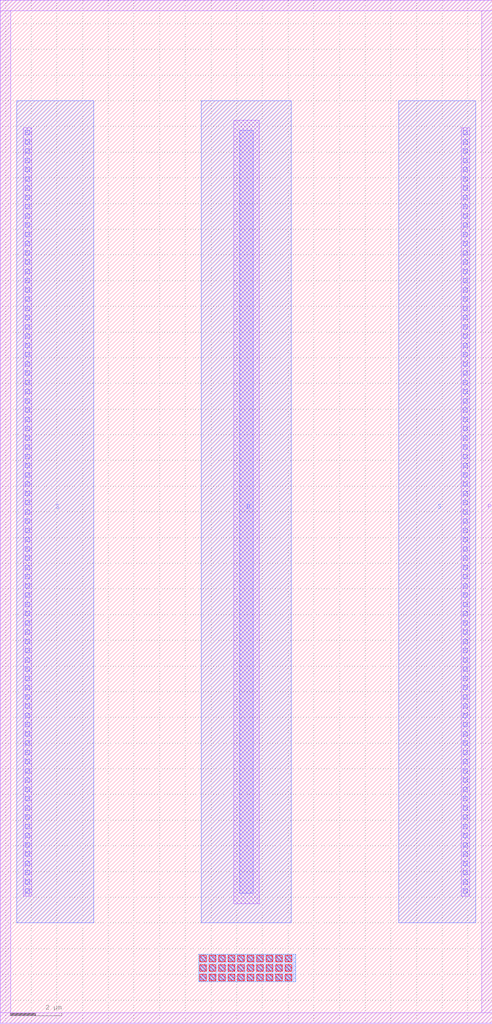
<source format=lef>
# Copyright 2020 The SkyWater PDK Authors
#
# Licensed under the Apache License, Version 2.0 (the "License");
# you may not use this file except in compliance with the License.
# You may obtain a copy of the License at
#
#     https://www.apache.org/licenses/LICENSE-2.0
#
# Unless required by applicable law or agreed to in writing, software
# distributed under the License is distributed on an "AS IS" BASIS,
# WITHOUT WARRANTIES OR CONDITIONS OF ANY KIND, either express or implied.
# See the License for the specific language governing permissions and
# limitations under the License.
#
# SPDX-License-Identifier: Apache-2.0

VERSION 5.7 ;
  NOWIREEXTENSIONATPIN ON ;
  DIVIDERCHAR "/" ;
  BUSBITCHARS "[]" ;
MACRO sky130_fd_pr__rf_nfet_20v0_zvt_withptap
  CLASS BLOCK ;
  FOREIGN sky130_fd_pr__rf_nfet_20v0_zvt_withptap ;
  ORIGIN  9.200000  4.910000 ;
  SIZE  19.15000 BY  39.82000 ;
  PIN D
    ANTENNADIFFAREA  22.50000 ;
    PORT
      LAYER met1 ;
        RECT -1.375000 -1.000000 2.125000 31.000000 ;
    END
  END D
  PIN PSUB
    ANTENNADIFFAREA  47.682999 ;
    PORT
      LAYER li1 ;
        RECT -9.200000 -4.910000  9.950000 -4.500000 ;
        RECT -9.200000 -4.500000 -8.790000 34.500000 ;
        RECT -9.200000 34.500000  9.950000 34.910000 ;
        RECT  9.540000 -4.500000  9.950000 34.500000 ;
    END
  END PSUB
  PIN S
    ANTENNADIFFAREA  8.700000 ;
    PORT
      LAYER met1 ;
        RECT -8.560000 -1.000000 -5.560000 31.000000 ;
    END
    PORT
      LAYER met1 ;
        RECT 6.310000 -1.000000 9.310000 31.000000 ;
    END
  END S
  OBS
    LAYER li1 ;
      RECT -8.310000  0.045000 -7.980000 29.955000 ;
      RECT -1.480000 -3.285000  2.300000 -2.215000 ;
      RECT -0.125000 -0.250000  0.875000 30.250000 ;
      RECT  8.730000  0.045000  9.060000 29.955000 ;
    LAYER mcon ;
      RECT -8.230000  0.155000 -8.060000  0.325000 ;
      RECT -8.230000  0.515000 -8.060000  0.685000 ;
      RECT -8.230000  0.875000 -8.060000  1.045000 ;
      RECT -8.230000  1.235000 -8.060000  1.405000 ;
      RECT -8.230000  1.595000 -8.060000  1.765000 ;
      RECT -8.230000  1.955000 -8.060000  2.125000 ;
      RECT -8.230000  2.315000 -8.060000  2.485000 ;
      RECT -8.230000  2.675000 -8.060000  2.845000 ;
      RECT -8.230000  3.035000 -8.060000  3.205000 ;
      RECT -8.230000  3.395000 -8.060000  3.565000 ;
      RECT -8.230000  3.755000 -8.060000  3.925000 ;
      RECT -8.230000  4.115000 -8.060000  4.285000 ;
      RECT -8.230000  4.475000 -8.060000  4.645000 ;
      RECT -8.230000  4.835000 -8.060000  5.005000 ;
      RECT -8.230000  5.195000 -8.060000  5.365000 ;
      RECT -8.230000  5.555000 -8.060000  5.725000 ;
      RECT -8.230000  5.915000 -8.060000  6.085000 ;
      RECT -8.230000  6.275000 -8.060000  6.445000 ;
      RECT -8.230000  6.635000 -8.060000  6.805000 ;
      RECT -8.230000  6.995000 -8.060000  7.165000 ;
      RECT -8.230000  7.355000 -8.060000  7.525000 ;
      RECT -8.230000  7.715000 -8.060000  7.885000 ;
      RECT -8.230000  8.075000 -8.060000  8.245000 ;
      RECT -8.230000  8.435000 -8.060000  8.605000 ;
      RECT -8.230000  8.795000 -8.060000  8.965000 ;
      RECT -8.230000  9.155000 -8.060000  9.325000 ;
      RECT -8.230000  9.515000 -8.060000  9.685000 ;
      RECT -8.230000  9.875000 -8.060000 10.045000 ;
      RECT -8.230000 10.235000 -8.060000 10.405000 ;
      RECT -8.230000 10.595000 -8.060000 10.765000 ;
      RECT -8.230000 10.955000 -8.060000 11.125000 ;
      RECT -8.230000 11.315000 -8.060000 11.485000 ;
      RECT -8.230000 11.675000 -8.060000 11.845000 ;
      RECT -8.230000 12.035000 -8.060000 12.205000 ;
      RECT -8.230000 12.395000 -8.060000 12.565000 ;
      RECT -8.230000 12.755000 -8.060000 12.925000 ;
      RECT -8.230000 13.115000 -8.060000 13.285000 ;
      RECT -8.230000 13.475000 -8.060000 13.645000 ;
      RECT -8.230000 13.835000 -8.060000 14.005000 ;
      RECT -8.230000 14.195000 -8.060000 14.365000 ;
      RECT -8.230000 14.555000 -8.060000 14.725000 ;
      RECT -8.230000 14.915000 -8.060000 15.085000 ;
      RECT -8.230000 15.275000 -8.060000 15.445000 ;
      RECT -8.230000 15.635000 -8.060000 15.805000 ;
      RECT -8.230000 15.995000 -8.060000 16.165000 ;
      RECT -8.230000 16.355000 -8.060000 16.525000 ;
      RECT -8.230000 16.715000 -8.060000 16.885000 ;
      RECT -8.230000 17.075000 -8.060000 17.245000 ;
      RECT -8.230000 17.435000 -8.060000 17.605000 ;
      RECT -8.230000 17.795000 -8.060000 17.965000 ;
      RECT -8.230000 18.155000 -8.060000 18.325000 ;
      RECT -8.230000 18.515000 -8.060000 18.685000 ;
      RECT -8.230000 18.875000 -8.060000 19.045000 ;
      RECT -8.230000 19.235000 -8.060000 19.405000 ;
      RECT -8.230000 19.595000 -8.060000 19.765000 ;
      RECT -8.230000 19.955000 -8.060000 20.125000 ;
      RECT -8.230000 20.315000 -8.060000 20.485000 ;
      RECT -8.230000 20.675000 -8.060000 20.845000 ;
      RECT -8.230000 21.035000 -8.060000 21.205000 ;
      RECT -8.230000 21.395000 -8.060000 21.565000 ;
      RECT -8.230000 21.755000 -8.060000 21.925000 ;
      RECT -8.230000 22.115000 -8.060000 22.285000 ;
      RECT -8.230000 22.475000 -8.060000 22.645000 ;
      RECT -8.230000 22.835000 -8.060000 23.005000 ;
      RECT -8.230000 23.195000 -8.060000 23.365000 ;
      RECT -8.230000 23.555000 -8.060000 23.725000 ;
      RECT -8.230000 23.915000 -8.060000 24.085000 ;
      RECT -8.230000 24.275000 -8.060000 24.445000 ;
      RECT -8.230000 24.635000 -8.060000 24.805000 ;
      RECT -8.230000 24.995000 -8.060000 25.165000 ;
      RECT -8.230000 25.355000 -8.060000 25.525000 ;
      RECT -8.230000 25.715000 -8.060000 25.885000 ;
      RECT -8.230000 26.075000 -8.060000 26.245000 ;
      RECT -8.230000 26.435000 -8.060000 26.605000 ;
      RECT -8.230000 26.795000 -8.060000 26.965000 ;
      RECT -8.230000 27.155000 -8.060000 27.325000 ;
      RECT -8.230000 27.515000 -8.060000 27.685000 ;
      RECT -8.230000 27.875000 -8.060000 28.045000 ;
      RECT -8.230000 28.235000 -8.060000 28.405000 ;
      RECT -8.230000 28.595000 -8.060000 28.765000 ;
      RECT -8.230000 28.955000 -8.060000 29.125000 ;
      RECT -8.230000 29.315000 -8.060000 29.485000 ;
      RECT -8.230000 29.675000 -8.060000 29.845000 ;
      RECT -1.400000 -3.205000 -1.230000 -3.035000 ;
      RECT -1.400000 -2.835000 -1.230000 -2.665000 ;
      RECT -1.400000 -2.465000 -1.230000 -2.295000 ;
      RECT -1.030000 -3.205000 -0.860000 -3.035000 ;
      RECT -1.030000 -2.835000 -0.860000 -2.665000 ;
      RECT -1.030000 -2.465000 -0.860000 -2.295000 ;
      RECT -0.660000 -3.205000 -0.490000 -3.035000 ;
      RECT -0.660000 -2.835000 -0.490000 -2.665000 ;
      RECT -0.660000 -2.465000 -0.490000 -2.295000 ;
      RECT -0.290000 -3.205000 -0.120000 -3.035000 ;
      RECT -0.290000 -2.835000 -0.120000 -2.665000 ;
      RECT -0.290000 -2.465000 -0.120000 -2.295000 ;
      RECT  0.080000 -3.205000  0.250000 -3.035000 ;
      RECT  0.080000 -2.835000  0.250000 -2.665000 ;
      RECT  0.080000 -2.465000  0.250000 -2.295000 ;
      RECT  0.110000  0.155000  0.640000 29.845000 ;
      RECT  0.450000 -3.205000  0.620000 -3.035000 ;
      RECT  0.450000 -2.835000  0.620000 -2.665000 ;
      RECT  0.450000 -2.465000  0.620000 -2.295000 ;
      RECT  0.820000 -3.205000  0.990000 -3.035000 ;
      RECT  0.820000 -2.835000  0.990000 -2.665000 ;
      RECT  0.820000 -2.465000  0.990000 -2.295000 ;
      RECT  1.190000 -3.205000  1.360000 -3.035000 ;
      RECT  1.190000 -2.835000  1.360000 -2.665000 ;
      RECT  1.190000 -2.465000  1.360000 -2.295000 ;
      RECT  1.560000 -3.205000  1.730000 -3.035000 ;
      RECT  1.560000 -2.835000  1.730000 -2.665000 ;
      RECT  1.560000 -2.465000  1.730000 -2.295000 ;
      RECT  1.930000 -3.205000  2.100000 -3.035000 ;
      RECT  1.930000 -2.835000  2.100000 -2.665000 ;
      RECT  1.930000 -2.465000  2.100000 -2.295000 ;
      RECT  8.810000  0.155000  8.980000  0.325000 ;
      RECT  8.810000  0.515000  8.980000  0.685000 ;
      RECT  8.810000  0.875000  8.980000  1.045000 ;
      RECT  8.810000  1.235000  8.980000  1.405000 ;
      RECT  8.810000  1.595000  8.980000  1.765000 ;
      RECT  8.810000  1.955000  8.980000  2.125000 ;
      RECT  8.810000  2.315000  8.980000  2.485000 ;
      RECT  8.810000  2.675000  8.980000  2.845000 ;
      RECT  8.810000  3.035000  8.980000  3.205000 ;
      RECT  8.810000  3.395000  8.980000  3.565000 ;
      RECT  8.810000  3.755000  8.980000  3.925000 ;
      RECT  8.810000  4.115000  8.980000  4.285000 ;
      RECT  8.810000  4.475000  8.980000  4.645000 ;
      RECT  8.810000  4.835000  8.980000  5.005000 ;
      RECT  8.810000  5.195000  8.980000  5.365000 ;
      RECT  8.810000  5.555000  8.980000  5.725000 ;
      RECT  8.810000  5.915000  8.980000  6.085000 ;
      RECT  8.810000  6.275000  8.980000  6.445000 ;
      RECT  8.810000  6.635000  8.980000  6.805000 ;
      RECT  8.810000  6.995000  8.980000  7.165000 ;
      RECT  8.810000  7.355000  8.980000  7.525000 ;
      RECT  8.810000  7.715000  8.980000  7.885000 ;
      RECT  8.810000  8.075000  8.980000  8.245000 ;
      RECT  8.810000  8.435000  8.980000  8.605000 ;
      RECT  8.810000  8.795000  8.980000  8.965000 ;
      RECT  8.810000  9.155000  8.980000  9.325000 ;
      RECT  8.810000  9.515000  8.980000  9.685000 ;
      RECT  8.810000  9.875000  8.980000 10.045000 ;
      RECT  8.810000 10.235000  8.980000 10.405000 ;
      RECT  8.810000 10.595000  8.980000 10.765000 ;
      RECT  8.810000 10.955000  8.980000 11.125000 ;
      RECT  8.810000 11.315000  8.980000 11.485000 ;
      RECT  8.810000 11.675000  8.980000 11.845000 ;
      RECT  8.810000 12.035000  8.980000 12.205000 ;
      RECT  8.810000 12.395000  8.980000 12.565000 ;
      RECT  8.810000 12.755000  8.980000 12.925000 ;
      RECT  8.810000 13.115000  8.980000 13.285000 ;
      RECT  8.810000 13.475000  8.980000 13.645000 ;
      RECT  8.810000 13.835000  8.980000 14.005000 ;
      RECT  8.810000 14.195000  8.980000 14.365000 ;
      RECT  8.810000 14.555000  8.980000 14.725000 ;
      RECT  8.810000 14.915000  8.980000 15.085000 ;
      RECT  8.810000 15.275000  8.980000 15.445000 ;
      RECT  8.810000 15.635000  8.980000 15.805000 ;
      RECT  8.810000 15.995000  8.980000 16.165000 ;
      RECT  8.810000 16.355000  8.980000 16.525000 ;
      RECT  8.810000 16.715000  8.980000 16.885000 ;
      RECT  8.810000 17.075000  8.980000 17.245000 ;
      RECT  8.810000 17.435000  8.980000 17.605000 ;
      RECT  8.810000 17.795000  8.980000 17.965000 ;
      RECT  8.810000 18.155000  8.980000 18.325000 ;
      RECT  8.810000 18.515000  8.980000 18.685000 ;
      RECT  8.810000 18.875000  8.980000 19.045000 ;
      RECT  8.810000 19.235000  8.980000 19.405000 ;
      RECT  8.810000 19.595000  8.980000 19.765000 ;
      RECT  8.810000 19.955000  8.980000 20.125000 ;
      RECT  8.810000 20.315000  8.980000 20.485000 ;
      RECT  8.810000 20.675000  8.980000 20.845000 ;
      RECT  8.810000 21.035000  8.980000 21.205000 ;
      RECT  8.810000 21.395000  8.980000 21.565000 ;
      RECT  8.810000 21.755000  8.980000 21.925000 ;
      RECT  8.810000 22.115000  8.980000 22.285000 ;
      RECT  8.810000 22.475000  8.980000 22.645000 ;
      RECT  8.810000 22.835000  8.980000 23.005000 ;
      RECT  8.810000 23.195000  8.980000 23.365000 ;
      RECT  8.810000 23.555000  8.980000 23.725000 ;
      RECT  8.810000 23.915000  8.980000 24.085000 ;
      RECT  8.810000 24.275000  8.980000 24.445000 ;
      RECT  8.810000 24.635000  8.980000 24.805000 ;
      RECT  8.810000 24.995000  8.980000 25.165000 ;
      RECT  8.810000 25.355000  8.980000 25.525000 ;
      RECT  8.810000 25.715000  8.980000 25.885000 ;
      RECT  8.810000 26.075000  8.980000 26.245000 ;
      RECT  8.810000 26.435000  8.980000 26.605000 ;
      RECT  8.810000 26.795000  8.980000 26.965000 ;
      RECT  8.810000 27.155000  8.980000 27.325000 ;
      RECT  8.810000 27.515000  8.980000 27.685000 ;
      RECT  8.810000 27.875000  8.980000 28.045000 ;
      RECT  8.810000 28.235000  8.980000 28.405000 ;
      RECT  8.810000 28.595000  8.980000 28.765000 ;
      RECT  8.810000 28.955000  8.980000 29.125000 ;
      RECT  8.810000 29.315000  8.980000 29.485000 ;
      RECT  8.810000 29.675000  8.980000 29.845000 ;
    LAYER met1 ;
      RECT -1.480000 -3.285000 2.300000 -2.215000 ;
    LAYER met2 ;
      RECT -1.480000 -3.285000 2.300000 -2.215000 ;
    LAYER via ;
      RECT -1.445000 -3.250000 -1.185000 -2.990000 ;
      RECT -1.445000 -2.880000 -1.185000 -2.620000 ;
      RECT -1.445000 -2.510000 -1.185000 -2.250000 ;
      RECT -1.075000 -3.250000 -0.815000 -2.990000 ;
      RECT -1.075000 -2.880000 -0.815000 -2.620000 ;
      RECT -1.075000 -2.510000 -0.815000 -2.250000 ;
      RECT -0.705000 -3.250000 -0.445000 -2.990000 ;
      RECT -0.705000 -2.880000 -0.445000 -2.620000 ;
      RECT -0.705000 -2.510000 -0.445000 -2.250000 ;
      RECT -0.335000 -3.250000 -0.075000 -2.990000 ;
      RECT -0.335000 -2.880000 -0.075000 -2.620000 ;
      RECT -0.335000 -2.510000 -0.075000 -2.250000 ;
      RECT  0.035000 -3.250000  0.295000 -2.990000 ;
      RECT  0.035000 -2.880000  0.295000 -2.620000 ;
      RECT  0.035000 -2.510000  0.295000 -2.250000 ;
      RECT  0.405000 -3.250000  0.665000 -2.990000 ;
      RECT  0.405000 -2.880000  0.665000 -2.620000 ;
      RECT  0.405000 -2.510000  0.665000 -2.250000 ;
      RECT  0.775000 -3.250000  1.035000 -2.990000 ;
      RECT  0.775000 -2.880000  1.035000 -2.620000 ;
      RECT  0.775000 -2.510000  1.035000 -2.250000 ;
      RECT  1.145000 -3.250000  1.405000 -2.990000 ;
      RECT  1.145000 -2.880000  1.405000 -2.620000 ;
      RECT  1.145000 -2.510000  1.405000 -2.250000 ;
      RECT  1.515000 -3.250000  1.775000 -2.990000 ;
      RECT  1.515000 -2.880000  1.775000 -2.620000 ;
      RECT  1.515000 -2.510000  1.775000 -2.250000 ;
      RECT  1.885000 -3.250000  2.145000 -2.990000 ;
      RECT  1.885000 -2.880000  2.145000 -2.620000 ;
      RECT  1.885000 -2.510000  2.145000 -2.250000 ;
  END
END sky130_fd_pr__rf_nfet_20v0_zvt_withptap
END LIBRARY

</source>
